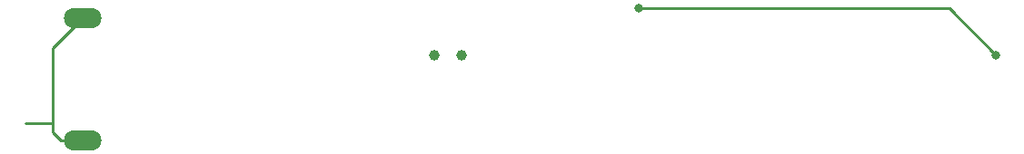
<source format=gbr>
G04 #@! TF.GenerationSoftware,KiCad,Pcbnew,5.0.2+dfsg1-1*
G04 #@! TF.CreationDate,2021-08-05T15:22:36-03:00*
G04 #@! TF.ProjectId,universerial,756e6976-6572-4736-9572-69616c2e6b69,rev?*
G04 #@! TF.SameCoordinates,Original*
G04 #@! TF.FileFunction,Copper,L2,Bot*
G04 #@! TF.FilePolarity,Positive*
%FSLAX46Y46*%
G04 Gerber Fmt 4.6, Leading zero omitted, Abs format (unit mm)*
G04 Created by KiCad (PCBNEW 5.0.2+dfsg1-1) date Thu Aug  5 15:22:36 2021*
%MOMM*%
%LPD*%
G01*
G04 APERTURE LIST*
G04 #@! TA.AperFunction,ComponentPad*
%ADD10O,3.500000X1.900000*%
G04 #@! TD*
G04 #@! TA.AperFunction,ComponentPad*
%ADD11C,1.000000*%
G04 #@! TD*
G04 #@! TA.AperFunction,ViaPad*
%ADD12C,0.800000*%
G04 #@! TD*
G04 #@! TA.AperFunction,Conductor*
%ADD13C,0.250000*%
G04 #@! TD*
G04 APERTURE END LIST*
D10*
G04 #@! TO.P,J1,5*
G04 #@! TO.N,GND*
X109430000Y-91820000D03*
X109430000Y-103220000D03*
G04 #@! TD*
D11*
G04 #@! TO.P,Y1,2*
G04 #@! TO.N,Net-(C4-Pad1)*
X144780000Y-95250000D03*
G04 #@! TO.P,Y1,1*
G04 #@! TO.N,Net-(C3-Pad1)*
X142240000Y-95250000D03*
G04 #@! TD*
D12*
G04 #@! TO.N,+3V3*
X194544300Y-95250000D03*
X161258400Y-90885800D03*
G04 #@! TD*
D13*
G04 #@! TO.N,GND*
X106680000Y-101600000D02*
X106680000Y-102470000D01*
X106680000Y-102470000D02*
X107430000Y-103220000D01*
X107430000Y-103220000D02*
X109430000Y-103220000D01*
X104140000Y-101600000D02*
X106680000Y-101600000D01*
X109430000Y-91820000D02*
X106680000Y-94570000D01*
X106680000Y-94570000D02*
X106680000Y-101600000D01*
G04 #@! TO.N,+3V3*
X194544300Y-95250000D02*
X190180100Y-90885800D01*
X190180100Y-90885800D02*
X161258400Y-90885800D01*
G04 #@! TD*
M02*

</source>
